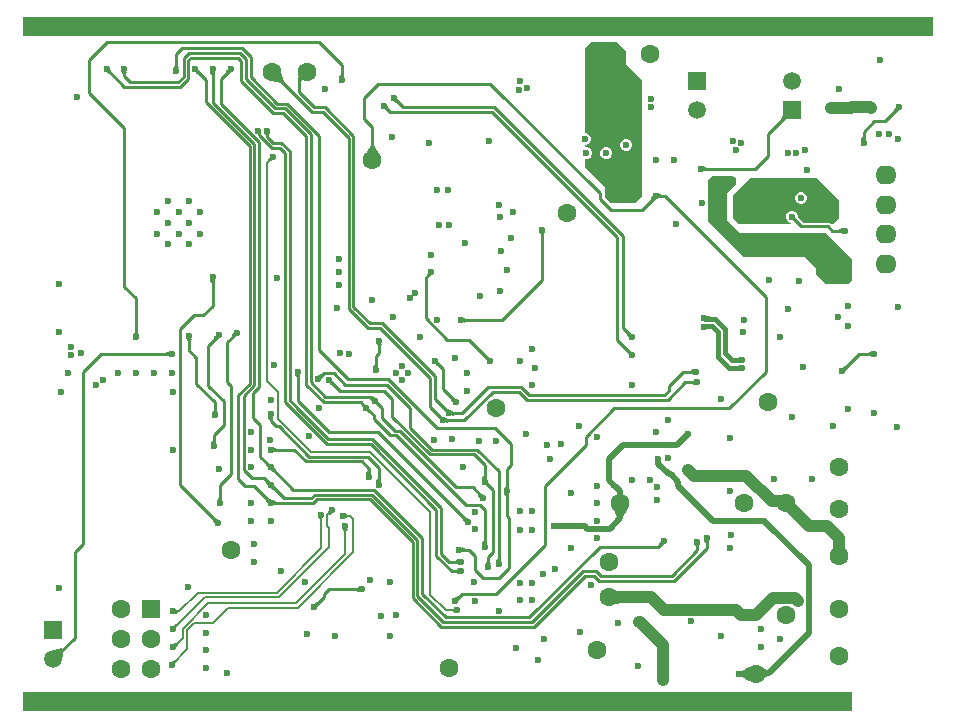
<source format=gbl>
G04*
G04 #@! TF.GenerationSoftware,Altium Limited,Altium Designer,23.1.1 (15)*
G04*
G04 Layer_Physical_Order=4*
G04 Layer_Color=16711680*
%FSTAX24Y24*%
%MOIN*%
G70*
G04*
G04 #@! TF.SameCoordinates,744591E9-B7FF-4256-B3DA-537CD40D5A87*
G04*
G04*
G04 #@! TF.FilePolarity,Positive*
G04*
G01*
G75*
%ADD10C,0.0079*%
%ADD12C,0.0098*%
%ADD13C,0.0150*%
%ADD18C,0.0197*%
%ADD126C,0.0630*%
%ADD127R,0.0591X0.0600*%
%ADD128C,0.0591*%
%ADD129R,0.0630X0.0630*%
%ADD130C,0.0236*%
%ADD131O,0.0709X0.0630*%
%ADD132C,0.0394*%
G36*
X147047Y069882D02*
X116693D01*
Y070512D01*
X147047D01*
Y069882D01*
D02*
G37*
G36*
X121894Y068825D02*
X121728D01*
X121762Y068918D01*
X12186D01*
X121894Y068825D01*
D02*
G37*
G36*
X123621Y068661D02*
X123531Y068619D01*
X123461Y068688D01*
X123504Y068778D01*
X123621Y068661D01*
D02*
G37*
G36*
X122602Y068688D02*
X122532Y068619D01*
X122442Y068661D01*
X122559Y068778D01*
X122602Y068688D01*
D02*
G37*
G36*
X119649D02*
X119579Y068619D01*
X119489Y068661D01*
X119606Y068778D01*
X119649Y068688D01*
D02*
G37*
G36*
X123081Y068601D02*
X122982D01*
X122949Y068695D01*
X123114D01*
X123081Y068601D01*
D02*
G37*
G36*
X120128D02*
X12003D01*
X119996Y068695D01*
X120161D01*
X120128Y068601D01*
D02*
G37*
G36*
X127406Y06851D02*
X12724D01*
X127274Y068603D01*
X127372D01*
X127406Y06851D01*
D02*
G37*
G36*
X126043Y068418D02*
X125927Y068382D01*
X125858Y068451D01*
X125896Y068568D01*
X126043Y068418D01*
D02*
G37*
G36*
X125388Y068382D02*
X125319Y068312D01*
X125003Y068386D01*
X125315Y068698D01*
X125388Y068382D01*
D02*
G37*
G36*
X129216Y067743D02*
X129146Y067674D01*
X129056Y067717D01*
X129173Y067833D01*
X129216Y067743D01*
D02*
G37*
G36*
X128901Y067468D02*
X128831Y067398D01*
X128741Y067441D01*
X128858Y067558D01*
X128901Y067468D01*
D02*
G37*
G36*
X145904Y067402D02*
X145814Y067359D01*
X145745Y067428D01*
X145787Y067519D01*
X145904Y067402D01*
D02*
G37*
G36*
X142168Y067122D02*
X142029Y067053D01*
X141959Y067122D01*
X142029Y067262D01*
X142168Y067122D01*
D02*
G37*
G36*
X124894Y066557D02*
X124796D01*
X124762Y066651D01*
X124928D01*
X124894Y066557D01*
D02*
G37*
G36*
X144807Y066423D02*
X144642D01*
X144675Y066517D01*
X144774D01*
X144807Y066423D01*
D02*
G37*
G36*
X128567Y065973D02*
X128126D01*
X128297Y066248D01*
X128396D01*
X128567Y065973D01*
D02*
G37*
G36*
X125038Y065748D02*
X124938Y065709D01*
X124883Y065765D01*
X124921Y065865D01*
X125038Y065748D01*
D02*
G37*
G36*
X13947Y065522D02*
Y065423D01*
X139376Y06539D01*
Y065555D01*
X13947Y065522D01*
D02*
G37*
G36*
X137974Y064616D02*
Y064518D01*
X13788Y064484D01*
Y06465D01*
X137974Y064616D01*
D02*
G37*
G36*
X137794Y064449D02*
X137704Y064406D01*
X137634Y064476D01*
X137677Y064566D01*
X137794Y064449D01*
D02*
G37*
G36*
X136811Y06937D02*
Y068937D01*
X137323Y068425D01*
Y064567D01*
X137087Y064331D01*
X136299D01*
X136102Y064528D01*
Y064843D01*
X135433Y065512D01*
Y065787D01*
X135433Y065787D01*
X135512D01*
X135584Y065817D01*
X135639Y065873D01*
X135669Y065945D01*
Y066023D01*
X135639Y066096D01*
X135584Y066151D01*
X135512Y066181D01*
X135433D01*
X135433Y066181D01*
Y06626D01*
X135472D01*
X135545Y06629D01*
X1356Y066345D01*
X13563Y066418D01*
Y066496D01*
X1356Y066568D01*
X135545Y066624D01*
X135472Y066654D01*
X135433D01*
Y069488D01*
X13563Y069685D01*
X136496D01*
X136811Y06937D01*
D02*
G37*
G36*
X143898Y064409D02*
Y063819D01*
X143701Y063622D01*
X143649D01*
X143636Y063636D01*
X143593Y063664D01*
X143543Y063674D01*
X142702D01*
X14252Y063856D01*
Y063907D01*
X14249Y06398D01*
X142434Y064035D01*
X142362Y064065D01*
X142284D01*
X142211Y064035D01*
X142156Y06398D01*
X142126Y063907D01*
Y063829D01*
X142156Y063757D01*
X142211Y063701D01*
X142284Y063671D01*
X142282Y063622D01*
X140551D01*
X140354Y063819D01*
Y06437D01*
Y064567D01*
X140945Y065157D01*
X14315D01*
X143898Y064409D01*
D02*
G37*
G36*
X144005Y063323D02*
X143911Y063356D01*
Y063455D01*
X144005Y063488D01*
Y063323D01*
D02*
G37*
G36*
X134065Y063247D02*
X133967D01*
X133933Y063341D01*
X134098D01*
X134065Y063247D01*
D02*
G37*
G36*
X130314Y06189D02*
X130224Y061847D01*
X130154Y061917D01*
X130197Y062007D01*
X130314Y06189D01*
D02*
G37*
G36*
X123081Y061672D02*
X122982D01*
X122949Y061766D01*
X123114D01*
X123081Y061672D01*
D02*
G37*
G36*
X140472Y065118D02*
Y064961D01*
X140157Y064646D01*
Y06374D01*
X140586Y063311D01*
X14346D01*
X144331Y062441D01*
Y061732D01*
X144213Y061614D01*
X143465D01*
X14315Y061929D01*
Y062126D01*
X142756Y06252D01*
X140748D01*
X139528Y06374D01*
Y065079D01*
X139685Y065236D01*
X140354D01*
X140472Y065118D01*
D02*
G37*
G36*
X139586Y060543D02*
X139596Y060393D01*
X139476Y060393D01*
X139508Y060555D01*
X139586Y060543D01*
D02*
G37*
G36*
X131477Y060463D02*
Y060364D01*
X131384Y060331D01*
Y060496D01*
X131477Y060463D01*
D02*
G37*
G36*
X139586Y060143D02*
X139508Y06013D01*
X139476Y060292D01*
X139596Y060293D01*
X139586Y060143D01*
D02*
G37*
G36*
X120555Y059927D02*
X12039D01*
X120423Y060021D01*
X120522D01*
X120555Y059927D01*
D02*
G37*
G36*
X137007Y059961D02*
X13689Y059844D01*
X136847Y059934D01*
X136917Y060003D01*
X137007Y059961D01*
D02*
G37*
G36*
X123818Y059882D02*
X123728Y059839D01*
X123658Y059909D01*
X123701Y059999D01*
X123818Y059882D01*
D02*
G37*
G36*
X123227Y059803D02*
X123137Y05976D01*
X123068Y05983D01*
X12311Y05992D01*
X123227Y059803D01*
D02*
G37*
G36*
X122293Y059704D02*
X122195D01*
X122161Y059798D01*
X122327D01*
X122293Y059704D01*
D02*
G37*
G36*
X128632Y059546D02*
X128533D01*
X1285Y05964D01*
X128665D01*
X128632Y059546D01*
D02*
G37*
G36*
X137007Y05937D02*
X13689Y059253D01*
X136847Y059343D01*
X136917Y059413D01*
X137007Y05937D01*
D02*
G37*
G36*
X144994Y059209D02*
X144901Y059242D01*
Y059341D01*
X144994Y059374D01*
Y059209D01*
D02*
G37*
G36*
X121569D02*
X121475Y059242D01*
Y059341D01*
X121569Y059374D01*
Y059209D01*
D02*
G37*
G36*
X132282Y059173D02*
X132165Y059056D01*
X132123Y059146D01*
X132192Y059216D01*
X132282Y059173D01*
D02*
G37*
G36*
X140602Y059007D02*
X140483Y059007D01*
X140493Y059157D01*
X140571Y059169D01*
X140602Y059007D01*
D02*
G37*
G36*
X130594Y058964D02*
X130524Y058894D01*
X130434Y058937D01*
X130551Y059054D01*
X130594Y058964D01*
D02*
G37*
G36*
X128548Y058825D02*
X128382D01*
X128416Y058919D01*
X128514D01*
X128548Y058825D01*
D02*
G37*
G36*
X140602Y058906D02*
X140571Y058744D01*
X140493Y058757D01*
X140483Y058907D01*
X140602Y058906D01*
D02*
G37*
G36*
X144177Y058831D02*
X144134Y058741D01*
X144017Y058858D01*
X144107Y058901D01*
X144177Y058831D01*
D02*
G37*
G36*
X13905Y058618D02*
X138956Y058652D01*
Y05875D01*
X13905Y058783D01*
Y058618D01*
D02*
G37*
G36*
X125915Y058523D02*
X125817D01*
X125783Y058616D01*
X125949D01*
X125915Y058523D01*
D02*
G37*
G36*
X126699Y058549D02*
X126653Y058459D01*
X126543Y058582D01*
X126633Y058623D01*
X126699Y058549D01*
D02*
G37*
G36*
X139089Y058264D02*
X138995Y058297D01*
Y058396D01*
X139089Y058429D01*
Y058264D01*
D02*
G37*
G36*
X12707Y05833D02*
X127001Y05826D01*
X126911Y058303D01*
X127028Y05842D01*
X12707Y05833D01*
D02*
G37*
G36*
X128424Y057854D02*
X128307Y057737D01*
X128264Y057827D01*
X128334Y057897D01*
X128424Y057854D01*
D02*
G37*
G36*
X131141Y057795D02*
X131024Y057678D01*
X130981Y057768D01*
X131051Y057838D01*
X131141Y057795D01*
D02*
G37*
G36*
X128586Y057645D02*
X128516Y057575D01*
X128426Y057618D01*
X128543Y057735D01*
X128586Y057645D01*
D02*
G37*
G36*
X128148Y057598D02*
X128032Y057481D01*
X127989Y057572D01*
X128058Y057641D01*
X128148Y057598D01*
D02*
G37*
G36*
X123193Y057328D02*
X123028D01*
X123061Y057422D01*
X123159D01*
X123193Y057328D01*
D02*
G37*
G36*
X130904Y057441D02*
X130787Y057324D01*
X130745Y057414D01*
X130814Y057484D01*
X130904Y057441D01*
D02*
G37*
G36*
X12831Y057389D02*
X128241Y057319D01*
X128151Y057362D01*
X128268Y057479D01*
X12831Y057389D01*
D02*
G37*
G36*
X131084Y057372D02*
Y057274D01*
X13099Y05724D01*
Y057406D01*
X131084Y057372D01*
D02*
G37*
G36*
X12501Y057105D02*
X124911D01*
X124878Y057199D01*
X125043D01*
X12501Y057105D01*
D02*
G37*
G36*
X130707Y057205D02*
X130591Y057088D01*
X130548Y057178D01*
X130617Y057247D01*
X130707Y057205D01*
D02*
G37*
G36*
X130887Y057136D02*
Y057037D01*
X130793Y057004D01*
Y057169D01*
X130887Y057136D01*
D02*
G37*
G36*
X12314Y056301D02*
X122974D01*
X123008Y056395D01*
X123106D01*
X12314Y056301D01*
D02*
G37*
G36*
X125139Y056152D02*
Y056053D01*
X125045Y05602D01*
Y056185D01*
X125139Y056152D01*
D02*
G37*
G36*
X124959Y05563D02*
X124843Y055513D01*
X1248Y055603D01*
X124869Y055673D01*
X124959Y05563D01*
D02*
G37*
G36*
X125121Y055421D02*
X125052Y055351D01*
X124962Y055394D01*
X125079Y055511D01*
X125121Y055421D01*
D02*
G37*
G36*
X128311Y055281D02*
X128146D01*
X128179Y055375D01*
X128278D01*
X128311Y055281D01*
D02*
G37*
G36*
X132169Y055124D02*
X132004D01*
X132037Y055218D01*
X132136D01*
X132169Y055124D01*
D02*
G37*
G36*
X128634Y055015D02*
X128469D01*
X128502Y055108D01*
X128601D01*
X128634Y055015D01*
D02*
G37*
G36*
X124959Y055039D02*
X124843Y054922D01*
X1248Y055012D01*
X124869Y055082D01*
X124959Y055039D01*
D02*
G37*
G36*
X132247Y054948D02*
X132178Y054879D01*
X132088Y054921D01*
X132205Y055038D01*
X132247Y054948D01*
D02*
G37*
G36*
X132917Y054809D02*
X132752D01*
X132785Y054903D01*
X132884D01*
X132917Y054809D01*
D02*
G37*
G36*
X125121Y05483D02*
X125052Y05476D01*
X124962Y054803D01*
X125079Y05492D01*
X125121Y05483D01*
D02*
G37*
G36*
X13291Y054634D02*
X132874Y054542D01*
X132776Y054551D01*
X132746Y054647D01*
X13291Y054634D01*
D02*
G37*
G36*
X132024Y054623D02*
X131907Y054506D01*
X131864Y054597D01*
X131934Y054666D01*
X132024Y054623D01*
D02*
G37*
G36*
X12335Y054415D02*
X123185D01*
X123218Y054509D01*
X123317D01*
X12335Y054415D01*
D02*
G37*
G36*
X124959Y054449D02*
X124843Y054332D01*
X1248Y054422D01*
X124869Y054492D01*
X124959Y054449D01*
D02*
G37*
G36*
X125139Y05438D02*
Y054282D01*
X125045Y054248D01*
Y054413D01*
X125139Y05438D01*
D02*
G37*
G36*
X12702Y053977D02*
X12692Y053932D01*
X126858Y053981D01*
X126891Y05408D01*
X12702Y053977D01*
D02*
G37*
G36*
X136713Y053843D02*
X136516D01*
X136394Y054106D01*
X136835D01*
X136713Y053843D01*
D02*
G37*
G36*
X127544Y053937D02*
Y053858D01*
X127447Y053815D01*
Y05398D01*
X127544Y053937D01*
D02*
G37*
G36*
X126673Y053751D02*
X126594D01*
X126551Y053849D01*
X126717D01*
X126673Y053751D01*
D02*
G37*
G36*
X131524Y053819D02*
X131407Y053702D01*
X131365Y053792D01*
X131434Y053862D01*
X131524Y053819D01*
D02*
G37*
G36*
X123188Y05378D02*
X123071Y053663D01*
X123028Y053753D01*
X123098Y053822D01*
X123188Y05378D01*
D02*
G37*
G36*
X12748Y053361D02*
X127402D01*
X127358Y053459D01*
X127524D01*
X12748Y053361D01*
D02*
G37*
G36*
X13957Y053078D02*
X139536Y052985D01*
X139437Y052986D01*
X139404Y05308D01*
X13957Y053078D01*
D02*
G37*
G36*
X132169Y052958D02*
X132004D01*
X132037Y053052D01*
X132136D01*
X132169Y052958D01*
D02*
G37*
G36*
X13807Y052953D02*
X13798Y05291D01*
X13791Y05298D01*
X137953Y05307D01*
X13807Y052953D01*
D02*
G37*
G36*
X139222Y052853D02*
X139124D01*
X139091Y052947D01*
X139256D01*
X139222Y052853D01*
D02*
G37*
G36*
X131425Y052813D02*
Y052714D01*
X131331Y052681D01*
Y052846D01*
X131425Y052813D01*
D02*
G37*
G36*
X132642Y052368D02*
X132476D01*
X13251Y052462D01*
X132608D01*
X132642Y052368D01*
D02*
G37*
G36*
X132287Y052289D02*
X132122D01*
X132156Y052383D01*
X132254D01*
X132287Y052289D01*
D02*
G37*
G36*
X131215Y05228D02*
X131121Y052313D01*
Y052411D01*
X131215Y052445D01*
Y05228D01*
D02*
G37*
G36*
Y051965D02*
X131121Y051998D01*
Y052096D01*
X131215Y05213D01*
Y051965D01*
D02*
G37*
G36*
X127908Y051374D02*
X127814Y051407D01*
Y051506D01*
X127908Y051539D01*
Y051374D01*
D02*
G37*
G36*
X131263Y051154D02*
X13122Y051064D01*
X131104Y051181D01*
X131194Y051224D01*
X131263Y051154D01*
D02*
G37*
G36*
X136655Y051378D02*
Y050984D01*
X136445Y050961D01*
Y051402D01*
X136655Y051378D01*
D02*
G37*
G36*
X126578Y050957D02*
X126535Y050867D01*
X126419Y050984D01*
X126509Y051027D01*
X126578Y050957D01*
D02*
G37*
G36*
X131097Y050665D02*
X130999Y050709D01*
Y050787D01*
X131097Y050831D01*
Y050665D01*
D02*
G37*
G36*
X121875Y050748D02*
Y050669D01*
X121777Y050626D01*
Y050791D01*
X121875Y050748D01*
D02*
G37*
G36*
X12185Y050219D02*
X121811Y050119D01*
X121694Y050236D01*
X121794Y050275D01*
X12185Y050219D01*
D02*
G37*
G36*
X12186Y049596D02*
X121807Y049499D01*
X121724Y049641D01*
X12182Y049667D01*
X12186Y049596D01*
D02*
G37*
G36*
X118082Y049411D02*
X118012Y049117D01*
X117719Y049409D01*
X118013Y04948D01*
X118082Y049411D01*
D02*
G37*
G36*
X12181Y049038D02*
X121772Y048938D01*
X121655Y049055D01*
X121755Y049094D01*
X12181Y049038D01*
D02*
G37*
G36*
X141573Y048758D02*
Y048561D01*
X141439Y048518D01*
X141406Y048794D01*
X141573Y048758D01*
D02*
G37*
G36*
X140917Y048402D02*
X140654Y048524D01*
Y04872D01*
X140917Y048843D01*
X140917Y048402D01*
D02*
G37*
G36*
X144331Y047402D02*
X116693D01*
Y048032D01*
X144331D01*
Y047402D01*
D02*
G37*
%LPC*%
G36*
X13685Y066457D02*
X136772D01*
X1367Y066427D01*
X136644Y066371D01*
X136614Y066299D01*
Y066221D01*
X136644Y066148D01*
X1367Y066093D01*
X136772Y066063D01*
X13685D01*
X136923Y066093D01*
X136978Y066148D01*
X137008Y066221D01*
Y066299D01*
X136978Y066371D01*
X136923Y066427D01*
X13685Y066457D01*
D02*
G37*
G36*
X136181Y066181D02*
X136103D01*
X13603Y066151D01*
X135975Y066096D01*
X135945Y066023D01*
Y065945D01*
X135975Y065873D01*
X13603Y065817D01*
X136103Y065787D01*
X136181D01*
X136253Y065817D01*
X136309Y065873D01*
X136339Y065945D01*
Y066023D01*
X136309Y066096D01*
X136253Y066151D01*
X136181Y066181D01*
D02*
G37*
G36*
X142677Y064685D02*
X142599D01*
X142526Y064655D01*
X142471Y0646D01*
X142441Y064527D01*
Y064449D01*
X142471Y064377D01*
X142526Y064321D01*
X142599Y064291D01*
X142677D01*
X142749Y064321D01*
X142805Y064377D01*
X142835Y064449D01*
Y064527D01*
X142805Y0646D01*
X142749Y064655D01*
X142677Y064685D01*
D02*
G37*
%LPD*%
D10*
X122165Y049449D02*
Y050079D01*
X122402Y050315D02*
X123032D01*
X122165Y050079D02*
X122402Y050315D01*
X121693Y050709D02*
X12189D01*
X12252Y051339D01*
X125157D01*
X122756Y051181D02*
X125236D01*
X121693Y050118D02*
X122756Y051181D01*
X122028Y050138D02*
X122874Y050984D01*
X122028Y04982D02*
Y050138D01*
X121736Y049528D02*
X122028Y04982D01*
X122874Y050984D02*
X125787D01*
X121693Y049528D02*
X121736D01*
X121654Y048937D02*
X122165Y049449D01*
X124843Y058386D02*
Y065669D01*
X126299Y056024D02*
X128268D01*
X125197Y057126D02*
X126299Y056024D01*
X125197Y057126D02*
Y058032D01*
X124843Y058386D02*
X125197Y058032D01*
X125157Y051339D02*
X126634Y052815D01*
Y053933D01*
X127008Y054075D02*
Y054094D01*
X12685Y053918D02*
X127008Y054075D01*
X12685Y053566D02*
Y053918D01*
X125236Y051181D02*
X126909Y052854D01*
Y053507D01*
X12685Y053566D02*
X126909Y053507D01*
X127598Y053898D02*
X127717Y05378D01*
X127362Y053898D02*
X127598D01*
X127717Y052677D02*
Y05378D01*
X125866Y050827D02*
X127717Y052677D01*
X130276Y05126D02*
X130787Y050748D01*
X131181D01*
X130276Y05126D02*
Y054016D01*
X124843Y065669D02*
X125039Y065866D01*
X128268Y056024D02*
X130276Y054016D01*
X123032Y050315D02*
X123543Y050827D01*
X125866D01*
X125787Y050984D02*
X127441Y052638D01*
Y053543D01*
D12*
X134094Y052913D02*
Y054882D01*
X133976Y052795D02*
X134094Y052913D01*
X133976Y052795D02*
Y052795D01*
X13248Y051299D02*
X133976Y052795D01*
X135935Y052874D02*
X137874D01*
X133573Y050512D02*
X135935Y052874D01*
X130787Y050512D02*
X133573D01*
X133675Y050354D02*
X135368Y052047D01*
X130709Y050354D02*
X133675D01*
X135368Y052047D02*
X135813D01*
X135433Y05189D02*
X135748D01*
X13374Y050197D02*
X135433Y05189D01*
X13063Y050197D02*
X13374D01*
X131339Y051299D02*
X13248D01*
X118701Y052953D02*
Y058701D01*
X118425Y052677D02*
X118701Y052953D01*
X118425Y049823D02*
Y052677D01*
X126575Y069685D02*
X127323Y068937D01*
X119488Y069685D02*
X126575D01*
X118898Y069094D02*
X119488Y069685D01*
X121811Y069291D02*
X122008Y069488D01*
X123989D01*
X124291Y069186D01*
X123924Y069331D02*
X124134Y06912D01*
X122244Y069331D02*
X123924D01*
X122054Y069141D02*
X122244Y069331D01*
X122309Y069173D02*
X123858D01*
X122211Y069075D02*
X122309Y069173D01*
X123858D02*
X123976Y069055D01*
X122211Y068471D02*
Y069075D01*
X123976Y068386D02*
Y069055D01*
X120079Y068543D02*
Y06878D01*
Y068543D02*
X120276Y068346D01*
X121811Y06874D02*
Y069291D01*
X120276Y068346D02*
X121864D01*
X122054Y068537D02*
Y069141D01*
X121864Y068346D02*
X122054Y068537D01*
X121929Y068189D02*
X122211Y068471D01*
X120079Y068189D02*
X121929D01*
X124961Y056102D02*
X125748D01*
X126142Y055709D01*
X127992D01*
X128228Y055197D02*
Y055472D01*
X127992Y055709D02*
X128228Y055472D01*
X124961Y057047D02*
X125118Y05689D01*
X124961Y057047D02*
Y057283D01*
X125118Y05689D02*
X125224D01*
X126248Y055866D02*
X128189D01*
X125224Y05689D02*
X126248Y055866D01*
X128189D02*
X128552Y055504D01*
Y05493D02*
Y055504D01*
X13Y051299D02*
Y053162D01*
X125709Y054764D02*
X128398D01*
X13Y053162D01*
X129843Y05122D02*
Y053097D01*
X125394Y054488D02*
X126313D01*
X124961Y054921D02*
X125394Y054488D01*
X126313D02*
X126431Y054606D01*
X128333D01*
X129843Y053097D01*
X129685Y051142D02*
Y053032D01*
X124961Y054331D02*
X126378D01*
X128268Y054449D02*
X129685Y053032D01*
X126496Y054449D02*
X128268D01*
X126378Y054331D02*
X126496Y054449D01*
X124606Y055866D02*
X124961Y055512D01*
X124606Y055866D02*
Y056929D01*
X12437Y057165D02*
X124606Y056929D01*
X125039Y067323D02*
X125377D01*
X126142Y066559D01*
X123976Y068386D02*
X125039Y067323D01*
X126142Y058268D02*
Y066559D01*
X126299Y058346D02*
Y066624D01*
X125105Y06748D02*
X125443D01*
X126299Y066624D01*
X124134Y068451D02*
X125105Y06748D01*
X144567Y059291D02*
X145079D01*
X144016Y05874D02*
X144567Y059291D01*
X135813Y052047D02*
X135971Y05189D01*
X138321D01*
X139173Y052742D01*
Y053032D01*
X135906Y051732D02*
X138386D01*
X139486Y052833D02*
Y053162D01*
X138386Y051732D02*
X139486Y052833D01*
Y053162D02*
X139488Y053164D01*
X135748Y05189D02*
X135906Y051732D01*
X137874Y052874D02*
X138071Y053071D01*
X136417Y05748D02*
X140236D01*
X135472Y056535D02*
X136417Y05748D01*
X134094Y054882D02*
X135472Y05626D01*
Y056535D01*
X145079Y067047D02*
X145433D01*
X145906Y06752D01*
X144724Y066693D02*
X145079Y067047D01*
X144724Y066339D02*
Y066693D01*
X141457Y058701D02*
Y061201D01*
X137795Y064567D02*
X138091D01*
X141457Y061201D01*
X143681Y063406D02*
X144089D01*
X143543Y063543D02*
X143681Y063406D01*
X142648Y063543D02*
X143543D01*
X142323Y063868D02*
X142648Y063543D01*
X132283Y068307D02*
X135945Y064646D01*
X137323Y064094D02*
X137795Y064567D01*
X136299Y064094D02*
X137323D01*
X135945Y064449D02*
Y064646D01*
Y064449D02*
X136299Y064094D01*
X141535Y065906D02*
Y066629D01*
X142323Y067417D02*
Y067421D01*
X141535Y066629D02*
X142323Y067417D01*
X139291Y065472D02*
X141102D01*
X141535Y065906D01*
X140236Y05748D02*
X141457Y058701D01*
X129843Y05122D02*
X130709Y050354D01*
X13Y051299D02*
X130787Y050512D01*
X129685Y051142D02*
X13063Y050197D01*
X131102Y051063D02*
X131339Y051299D01*
X128543Y068307D02*
X132283D01*
X128071Y067835D02*
X128543Y068307D01*
X128071Y067126D02*
Y067835D01*
Y067126D02*
X128346Y06685D01*
Y065748D02*
Y06685D01*
X128533Y056693D02*
X131526Y053701D01*
X12689Y056693D02*
X128533D01*
X126831Y05628D02*
X128287D01*
X130472Y054094D01*
X125427Y057683D02*
X126831Y05628D01*
X12832Y05647D02*
X13063Y05416D01*
X125859Y057474D02*
X126863Y05647D01*
X125866Y057717D02*
X12689Y056693D01*
X126863Y05647D02*
X12832D01*
X125866Y057717D02*
Y058701D01*
X125585Y057748D02*
Y066055D01*
Y057748D02*
X125859Y057474D01*
X125859D01*
X125427Y057683D02*
Y06599D01*
X129134Y056575D02*
X131457Y054252D01*
X131929D01*
X132087Y052874D02*
Y054094D01*
X131929Y054252D02*
X132087Y054094D01*
X131688Y054843D02*
X132025Y054505D01*
X131142Y054843D02*
X131688D01*
X129252Y056732D02*
X131142Y054843D01*
X126575Y059409D02*
Y066571D01*
X12517Y067638D02*
X125508D01*
X126575Y066571D01*
X124291Y068516D02*
X12517Y067638D01*
X126177Y068701D02*
X126181D01*
X125893Y068417D02*
X126177Y068701D01*
X125893Y068031D02*
Y068417D01*
Y068031D02*
X126404Y06752D01*
X126758D02*
X127717Y066561D01*
X126404Y06752D02*
X126758D01*
X127717Y060866D02*
Y066561D01*
X127559Y060801D02*
Y066496D01*
X126693Y067362D02*
X127559Y066496D01*
X126339Y067362D02*
X126693D01*
X125Y068701D02*
X126339Y067362D01*
X124291Y068516D02*
Y069186D01*
X124134Y068451D02*
Y06912D01*
X125039Y066339D02*
X125301D01*
X125585Y066055D01*
X124845Y066533D02*
Y066735D01*
Y066533D02*
X125039Y066339D01*
X124528Y066732D02*
X124554Y066706D01*
X125276Y066142D02*
X125427Y06599D01*
X124554Y066587D02*
X124999Y066142D01*
X124554Y066587D02*
Y066706D01*
X124999Y066142D02*
X125276D01*
X126575Y059409D02*
X127526Y058458D01*
X126299Y058346D02*
X126772Y057874D01*
X119488Y06878D02*
X120079Y068189D01*
X123032Y067664D02*
X124409Y066286D01*
X123032Y067664D02*
Y06878D01*
X123307Y067611D02*
Y068465D01*
X123622Y06878D01*
X122795Y067677D02*
Y068425D01*
X122441Y06878D02*
X122795Y068425D01*
X128865Y058458D02*
X130512Y056811D01*
X127526Y058458D02*
X128865D01*
X129606Y056823D02*
Y05748D01*
X127441Y058268D02*
X128819D01*
X129606Y05748D01*
X128386Y057126D02*
X128937Y056575D01*
X129134D01*
X128386Y057126D02*
Y057244D01*
X12815Y05748D02*
X128386Y057244D01*
X127953Y057677D02*
X12815Y05748D01*
X129094Y056732D02*
X129252D01*
X128661Y057165D02*
X129094Y056732D01*
X128661Y057165D02*
Y0575D01*
X128425Y057736D02*
X128661Y0575D01*
X128287Y057874D02*
X128425Y057736D01*
X118701Y058701D02*
X119291Y059291D01*
X121654D01*
X117717Y049114D02*
X118425Y049823D01*
X128583Y059331D02*
Y059724D01*
X128465Y058741D02*
Y059213D01*
X128583Y059331D01*
X126728Y058648D02*
X127061D01*
X127441Y058268D01*
X12874Y058071D02*
X129016Y057795D01*
X12726Y058071D02*
X12874D01*
X126909Y058421D02*
X12726Y058071D01*
X126772Y057874D02*
X128287D01*
X126732Y057677D02*
X127953D01*
X126142Y058268D02*
X126732Y057677D01*
X130906Y057323D02*
X131339D01*
X132205Y058189D01*
X133294D01*
X132362Y058032D02*
X133228D01*
X130709Y057087D02*
X131417D01*
X132362Y058032D01*
X130709Y05811D02*
Y05878D01*
Y05811D02*
X131142Y057677D01*
X130433Y059055D02*
X130709Y05878D01*
X130433Y057795D02*
Y058543D01*
Y057795D02*
X130906Y057323D01*
X130276Y05752D02*
X130709Y057087D01*
X130276Y05752D02*
Y058478D01*
X132953Y055591D02*
Y056299D01*
X130512Y056811D02*
X132441D01*
X132953Y056299D01*
X132835Y055472D02*
X132953Y055591D01*
X127559Y060801D02*
X128202Y060157D01*
X128596D01*
X130276Y058478D01*
X128268Y060315D02*
X128661D01*
X130433Y058543D01*
X127717Y060866D02*
X128268Y060315D01*
X133294Y058189D02*
X133569Y057913D01*
X138071D01*
X138228Y058071D01*
Y058228D01*
X138701Y058701D01*
X139134D01*
X133504Y057756D02*
X138189D01*
X13878Y058346D01*
X139173D01*
X133228Y058032D02*
X133504Y057756D01*
X134016Y061772D02*
Y063425D01*
X132657Y060413D02*
X134016Y061772D01*
X131299Y060413D02*
X132657D01*
X130118Y061811D02*
X130315Y062008D01*
X130118Y060487D02*
Y061811D01*
Y060487D02*
X130841Y059764D01*
X131575D01*
X132283Y059055D01*
X136693Y060157D02*
X137008Y059843D01*
X136693Y060157D02*
Y063215D01*
X132388Y06752D02*
X136693Y063215D01*
X12937Y06752D02*
X132388D01*
X129055Y067835D02*
X12937Y06752D01*
X12874Y067559D02*
X128937Y067362D01*
X132323D01*
X136496Y063189D01*
Y059764D02*
X137008Y059252D01*
X136496Y059764D02*
Y063189D01*
X132835Y054724D02*
Y055472D01*
X132825Y054715D02*
X132835Y054724D01*
X132825Y0539D02*
Y054715D01*
Y0539D02*
X132913Y053812D01*
Y052165D02*
Y053812D01*
X132559Y051811D02*
X132913Y052165D01*
X132047Y051811D02*
X132559D01*
X131772Y052087D02*
X132047Y051811D01*
X131772Y052087D02*
Y052559D01*
X131567Y052763D02*
X131772Y052559D01*
X131247Y052763D02*
X131567D01*
X13185Y056102D02*
X132559Y055394D01*
X130327Y056102D02*
X13185D01*
X132559Y052283D02*
Y055394D01*
X130262Y055945D02*
X131732D01*
X132087Y055591D01*
Y055039D02*
Y055591D01*
Y055039D02*
X132362Y054764D01*
X129016Y057191D02*
X130262Y055945D01*
X129606Y056823D02*
X130327Y056102D01*
X126535Y058465D02*
X126545D01*
X126728Y058648D01*
X132362Y052677D02*
Y054764D01*
X132205Y05252D02*
X132362Y052677D01*
X129016Y057191D02*
Y057795D01*
X118898Y067992D02*
Y069094D01*
Y067992D02*
X120079Y066811D01*
Y061535D02*
Y066811D01*
X124409Y058242D02*
Y066286D01*
X12437Y05798D02*
X124567Y058177D01*
X124252Y058307D02*
Y06622D01*
X122795Y067677D02*
X124252Y06622D01*
X123307Y067611D02*
X124567Y066351D01*
X124055Y057888D02*
X124409Y058242D01*
X124567Y058177D02*
Y066351D01*
X123858Y057913D02*
X124252Y058307D01*
X123504Y058346D02*
Y059685D01*
X123819Y06D01*
X123504Y058346D02*
X123622Y058228D01*
Y055276D02*
Y058228D01*
X123268Y054921D02*
X123622Y055276D01*
X123268Y054331D02*
Y054921D01*
X12248Y058307D02*
Y059173D01*
Y058307D02*
X12311Y057677D01*
Y057244D02*
Y057677D01*
X122874Y059567D02*
X123228Y059921D01*
X122874Y058228D02*
Y059567D01*
Y058228D02*
X123386Y057717D01*
Y056929D02*
Y057717D01*
X123057Y0566D02*
X123386Y056929D01*
X123057Y056216D02*
Y0566D01*
X122244Y059409D02*
Y059882D01*
Y059409D02*
X12248Y059173D01*
X122402Y060591D02*
X122717D01*
X121929Y060118D02*
X122402Y060591D01*
X121929Y054921D02*
Y060118D01*
X122717Y060591D02*
X123032Y060906D01*
Y06185D01*
X121929Y054921D02*
X123189Y053661D01*
X127323Y068425D02*
Y068937D01*
X120079Y061535D02*
X120472Y061142D01*
Y059843D02*
Y061142D01*
X13063Y052624D02*
Y05416D01*
Y052624D02*
X130892Y052362D01*
X131299D01*
X130472Y052559D02*
Y054094D01*
Y052559D02*
X130984Y052047D01*
X131299D01*
X123858Y055118D02*
X124094Y054882D01*
X123858Y055118D02*
Y057913D01*
X124055Y055433D02*
Y057888D01*
Y055433D02*
X124331Y055157D01*
X124961Y055512D02*
X125709Y054764D01*
X12437Y057165D02*
Y05798D01*
X124724Y055157D02*
X124961Y054921D01*
X124331Y055157D02*
X124724D01*
X124094Y054882D02*
X124409D01*
X124961Y054331D01*
X132205Y052205D02*
Y05252D01*
X126732Y051299D02*
X12689Y051457D01*
X127992D01*
X126732Y051181D02*
Y051299D01*
X126417Y050866D02*
X126732Y051181D01*
D13*
X139409Y06049D02*
X139426Y060474D01*
X139487D01*
X140586Y059082D02*
X140592Y059088D01*
X140653D02*
X140669Y059104D01*
X139493Y060218D02*
X139662D01*
X140335Y059082D02*
X140586D01*
X139858Y059205D02*
Y060021D01*
Y059205D02*
X140232Y058832D01*
X139765Y060468D02*
X140108Y060124D01*
X139493Y060468D02*
X139765D01*
X140586Y058832D02*
X140592Y058826D01*
X139409Y060195D02*
X139426Y060211D01*
X139487Y060474D02*
X139493Y060468D01*
X140653Y058826D02*
X140669Y058809D01*
X140108Y059309D02*
Y060124D01*
X140232Y058832D02*
X140586D01*
X139662Y060218D02*
X139858Y060021D01*
X139487Y060211D02*
X139493Y060218D01*
X140108Y059309D02*
X140335Y059082D01*
X139426Y060211D02*
X139487D01*
X140592Y059088D02*
X140653D01*
X140592Y058826D02*
X140653D01*
D18*
X140551Y048622D02*
X141142D01*
X14118Y04866D02*
X141573D01*
X142913Y05D01*
X141142Y048622D02*
X14118Y04866D01*
X142913Y05D02*
Y052244D01*
X138543Y054882D02*
Y055039D01*
X138307Y055276D02*
X138543Y055039D01*
X137882Y055622D02*
X138228Y055276D01*
X138307D01*
X137882Y055622D02*
Y05578D01*
X137874Y055787D02*
X137882Y05578D01*
X138543Y054882D02*
X139685Y05374D01*
X141417D02*
X142913Y052244D01*
X139685Y05374D02*
X141417D01*
X138504Y05626D02*
X138858Y056614D01*
X13622Y055787D02*
X136693Y05626D01*
X138504D01*
X1364Y054904D02*
X136435D01*
X136614Y054724D01*
X13622Y055083D02*
X1364Y054904D01*
X13622Y055083D02*
Y055787D01*
X136614Y054331D02*
Y054724D01*
Y053819D02*
Y054331D01*
X13626Y053465D02*
X136614Y053819D01*
X135512Y053465D02*
X13626D01*
X134409Y053543D02*
X135433D01*
X135512Y053465D01*
D126*
X143898Y054134D02*
D03*
X143898Y052559D02*
D03*
Y050787D02*
D03*
Y049213D02*
D03*
X13248Y05748D02*
D03*
X141142Y048622D02*
D03*
X140748Y063976D02*
D03*
X134843D02*
D03*
X141535Y057677D02*
D03*
X142126Y050591D02*
D03*
X140748Y054331D02*
D03*
X142126D02*
D03*
X136614D02*
D03*
X13622Y052362D02*
D03*
Y051181D02*
D03*
X135827Y049409D02*
D03*
X123622Y052756D02*
D03*
X126181Y068701D02*
D03*
X125D02*
D03*
X143898Y055512D02*
D03*
X128346Y065748D02*
D03*
X137597Y069286D02*
D03*
X13622Y069291D02*
D03*
X130906Y048819D02*
D03*
X120972Y049803D02*
D03*
X120972Y048803D02*
D03*
X119972D02*
D03*
X119972Y049803D02*
D03*
X119972Y050803D02*
D03*
D127*
X117717Y050098D02*
D03*
X142323Y067421D02*
D03*
X139173Y068406D02*
D03*
D128*
X117717Y049114D02*
D03*
X142323Y068406D02*
D03*
X139173Y067421D02*
D03*
D129*
X120972Y050803D02*
D03*
D130*
X121163Y063306D02*
D03*
Y064029D02*
D03*
X121525Y062945D02*
D03*
Y063667D02*
D03*
X121525Y06439D02*
D03*
X121886Y063306D02*
D03*
Y064029D02*
D03*
X122247Y062945D02*
D03*
X122247Y063667D02*
D03*
X122247Y06439D02*
D03*
X122608Y063306D02*
D03*
Y064029D02*
D03*
X141929Y049803D02*
D03*
X133669Y051674D02*
D03*
Y051082D02*
D03*
X13326D02*
D03*
Y051674D02*
D03*
X13378Y058819D02*
D03*
X133661Y058268D02*
D03*
X133268Y059055D02*
D03*
X117913Y060039D02*
D03*
Y061614D02*
D03*
X144685Y070276D02*
D03*
X14626D02*
D03*
X145472D02*
D03*
X117126D02*
D03*
X117913D02*
D03*
X119488D02*
D03*
X118701D02*
D03*
X121063D02*
D03*
X12185D02*
D03*
X120276D02*
D03*
X125D02*
D03*
X126575D02*
D03*
X125787D02*
D03*
X123425D02*
D03*
X124213D02*
D03*
X122638D02*
D03*
X129724D02*
D03*
X131299D02*
D03*
X130512D02*
D03*
X12815D02*
D03*
X128937D02*
D03*
X127362D02*
D03*
X134449D02*
D03*
X136024D02*
D03*
X135236D02*
D03*
X132874D02*
D03*
X133661D02*
D03*
X132087D02*
D03*
X139173D02*
D03*
X140748D02*
D03*
X139961D02*
D03*
X137598D02*
D03*
X138386D02*
D03*
X136811D02*
D03*
X143898D02*
D03*
X142323D02*
D03*
X14311D02*
D03*
X141535D02*
D03*
Y047638D02*
D03*
X14311D02*
D03*
X142323D02*
D03*
X143898D02*
D03*
X136811D02*
D03*
X138386D02*
D03*
X137598D02*
D03*
X139961D02*
D03*
X140748D02*
D03*
X139173D02*
D03*
X132087D02*
D03*
X133661D02*
D03*
X132874D02*
D03*
X135236D02*
D03*
X136024D02*
D03*
X134449D02*
D03*
X127362D02*
D03*
X128937D02*
D03*
X12815D02*
D03*
X130512D02*
D03*
X131299D02*
D03*
X129724D02*
D03*
X122638D02*
D03*
X124213D02*
D03*
X123425D02*
D03*
X125787D02*
D03*
X126575D02*
D03*
X125D02*
D03*
X120276D02*
D03*
X12185D02*
D03*
X121063D02*
D03*
X118701D02*
D03*
X119488D02*
D03*
X117913D02*
D03*
X117126D02*
D03*
X121693Y050709D02*
D03*
Y050118D02*
D03*
Y049528D02*
D03*
X121654Y048937D02*
D03*
X122785Y050589D02*
D03*
X121811Y06874D02*
D03*
X125157Y061811D02*
D03*
X124961Y057283D02*
D03*
X128228Y055197D02*
D03*
X128552Y05493D02*
D03*
X125315Y052047D02*
D03*
X127008Y054094D02*
D03*
X126634Y053933D02*
D03*
X124921Y056417D02*
D03*
X124961Y057756D02*
D03*
Y056102D02*
D03*
X139961Y049902D02*
D03*
X137234Y050364D02*
D03*
X121703Y056102D02*
D03*
X118504Y067874D02*
D03*
X130236Y066339D02*
D03*
X132244Y066378D02*
D03*
X126772Y06811D02*
D03*
X122205Y051535D02*
D03*
X123504Y048661D02*
D03*
X121703Y058032D02*
D03*
X134018Y051966D02*
D03*
X134449Y052126D02*
D03*
X134252Y055787D02*
D03*
X145079Y059291D02*
D03*
X144016Y05874D02*
D03*
X140276Y052835D02*
D03*
X140315Y053268D02*
D03*
X145827Y05685D02*
D03*
X145079Y057323D02*
D03*
X145866Y060866D02*
D03*
X144213Y060906D02*
D03*
X143858Y060512D02*
D03*
X144213Y060236D02*
D03*
Y057441D02*
D03*
X143701Y05689D02*
D03*
X145276Y069094D02*
D03*
X143898Y06813D02*
D03*
X142835Y065433D02*
D03*
X138465Y063622D02*
D03*
X139331Y064331D02*
D03*
X140748Y060433D02*
D03*
X141575Y061772D02*
D03*
X142559Y061732D02*
D03*
X142205Y060787D02*
D03*
X141929Y059843D02*
D03*
X139961Y057795D02*
D03*
X117913Y051496D02*
D03*
X117953Y058032D02*
D03*
X125079Y058937D02*
D03*
X138032Y048425D02*
D03*
X126218Y056572D02*
D03*
X133268Y068406D02*
D03*
X133504Y068169D02*
D03*
X133228Y068091D02*
D03*
X132559Y050738D02*
D03*
X13315Y049488D02*
D03*
X133858Y049094D02*
D03*
X128346Y061102D02*
D03*
X143622Y06748D02*
D03*
X144089Y063406D02*
D03*
X142638Y064488D02*
D03*
X142323Y063868D02*
D03*
X136299Y068543D02*
D03*
X136024D02*
D03*
X135945Y068858D02*
D03*
X140354Y065079D02*
D03*
X140079D02*
D03*
X140945Y063228D02*
D03*
X139803Y065079D02*
D03*
X143858Y061811D02*
D03*
X144094Y062008D02*
D03*
X14378Y062047D02*
D03*
X141024Y062953D02*
D03*
X14122Y06315D02*
D03*
X140984Y065D02*
D03*
X141299Y064882D02*
D03*
X140906Y064724D02*
D03*
X143661Y063898D02*
D03*
X143504Y064173D02*
D03*
X143346Y063819D02*
D03*
X139291Y065472D02*
D03*
X141417Y05374D02*
D03*
X131102Y051063D02*
D03*
X131181Y050748D02*
D03*
X13685Y064488D02*
D03*
X136732Y064803D02*
D03*
X136457D02*
D03*
X125039Y065866D02*
D03*
X137835Y054843D02*
D03*
X137874Y055787D02*
D03*
X135827Y054882D02*
D03*
X125866Y058701D02*
D03*
X131526Y053701D02*
D03*
X124845Y066735D02*
D03*
X124528Y066732D02*
D03*
X123622Y06878D02*
D03*
X123032D02*
D03*
X122441D02*
D03*
X131142Y057677D02*
D03*
X130906Y057323D02*
D03*
X130709Y057087D02*
D03*
X139134Y058701D02*
D03*
X139173Y058346D02*
D03*
X134016Y063425D02*
D03*
X12874Y067559D02*
D03*
X129055Y067835D02*
D03*
X130984Y056457D02*
D03*
X126535Y058465D02*
D03*
X132087Y055039D02*
D03*
X132559Y052283D02*
D03*
X126909Y058421D02*
D03*
X120079Y06878D02*
D03*
X119488D02*
D03*
X128425Y057736D02*
D03*
X132025Y054505D02*
D03*
X12311Y057244D02*
D03*
X123057Y056216D02*
D03*
X122244Y059882D02*
D03*
X123819Y06D02*
D03*
X123228Y059921D02*
D03*
X123032Y06185D02*
D03*
X127323Y068425D02*
D03*
X129016Y066535D02*
D03*
X120472Y059843D02*
D03*
X121654Y059291D02*
D03*
X131299Y052047D02*
D03*
X124311Y056693D02*
D03*
Y055512D02*
D03*
Y056102D02*
D03*
X131772Y051063D02*
D03*
X139488Y053164D02*
D03*
X139173Y053032D02*
D03*
X138071Y053071D02*
D03*
X135827Y05315D02*
D03*
X131732Y051693D02*
D03*
X131247Y052763D02*
D03*
X132087Y052874D02*
D03*
X132205Y052205D02*
D03*
X126417Y050866D02*
D03*
X126102Y051693D02*
D03*
X127441Y053543D02*
D03*
X127362Y053898D02*
D03*
X118189Y058661D02*
D03*
X118307Y059528D02*
D03*
Y059252D02*
D03*
X118622Y059331D02*
D03*
X119134Y058268D02*
D03*
X11937Y058425D02*
D03*
X132598Y063858D02*
D03*
X132559Y064252D02*
D03*
X133032Y064016D02*
D03*
X142756Y066102D02*
D03*
X140354Y066378D02*
D03*
X14063Y066339D02*
D03*
X140472Y066102D02*
D03*
X14248Y065984D02*
D03*
X142205D02*
D03*
X140276Y054724D02*
D03*
X138858Y055433D02*
D03*
X139409Y060195D02*
D03*
Y06049D02*
D03*
X129606Y061142D02*
D03*
X129764Y061339D02*
D03*
X127559Y059291D02*
D03*
X127283Y059331D02*
D03*
X136142Y065984D02*
D03*
X136811Y06626D02*
D03*
X135472Y065984D02*
D03*
X135433Y066457D02*
D03*
X137638Y06752D02*
D03*
Y067795D02*
D03*
X141299Y050118D02*
D03*
X14252Y051063D02*
D03*
X14063Y050591D02*
D03*
X141299Y049528D02*
D03*
X140551Y048622D02*
D03*
X132283Y059055D02*
D03*
X127244Y062441D02*
D03*
Y062008D02*
D03*
Y061575D02*
D03*
X131437Y062992D02*
D03*
X130315Y062598D02*
D03*
X130866Y064764D02*
D03*
X130512D02*
D03*
X130906Y063583D02*
D03*
X130551D02*
D03*
X142717Y058858D02*
D03*
X137008Y055079D02*
D03*
X137598D02*
D03*
X124961Y05374D02*
D03*
Y054331D02*
D03*
Y054921D02*
D03*
Y055512D02*
D03*
X137008Y058268D02*
D03*
Y059252D02*
D03*
Y059843D02*
D03*
X126161Y04997D02*
D03*
X140669Y059104D02*
D03*
Y058809D02*
D03*
X140709Y060039D02*
D03*
X124311Y054331D02*
D03*
Y05374D02*
D03*
X123189Y053661D02*
D03*
X123268Y054331D02*
D03*
X123228Y055472D02*
D03*
X127165Y060827D02*
D03*
X129035Y060532D02*
D03*
X130512Y060413D02*
D03*
X13109Y059142D02*
D03*
X131496Y058071D02*
D03*
X131496Y058661D02*
D03*
X130433Y059055D02*
D03*
X137795Y065768D02*
D03*
X138386Y065748D02*
D03*
X137795Y064567D02*
D03*
X129941Y059843D02*
D03*
X128583Y059724D02*
D03*
X128465Y058741D02*
D03*
X131299Y060413D02*
D03*
X126575Y05748D02*
D03*
X12815D02*
D03*
X124409Y052362D02*
D03*
Y052953D02*
D03*
X128925Y051705D02*
D03*
X119882Y058661D02*
D03*
X121654Y058642D02*
D03*
X121063D02*
D03*
X120472D02*
D03*
X122784Y048819D02*
D03*
Y049409D02*
D03*
Y05D02*
D03*
X135827Y056516D02*
D03*
X135827Y054331D02*
D03*
Y05374D02*
D03*
X133661Y054055D02*
D03*
X133268D02*
D03*
X133661Y053425D02*
D03*
X133268D02*
D03*
X132835Y054724D02*
D03*
X131299Y052362D02*
D03*
X131378Y055512D02*
D03*
X130394Y056417D02*
D03*
X127087Y049882D02*
D03*
X128937D02*
D03*
X128622Y050551D02*
D03*
X129134Y050591D02*
D03*
X128254Y051741D02*
D03*
X127992Y051457D02*
D03*
X145866Y066457D02*
D03*
X145551Y066614D02*
D03*
X145236D02*
D03*
X144961Y0675D02*
D03*
X144724Y066339D02*
D03*
X145906Y06752D02*
D03*
X132638Y062717D02*
D03*
X132953Y06315D02*
D03*
X132835Y062087D02*
D03*
X132598Y061378D02*
D03*
X131929Y06122D02*
D03*
X133661Y059449D02*
D03*
X136535Y050315D02*
D03*
X135276Y050039D02*
D03*
X134055Y049803D02*
D03*
X13563Y051575D02*
D03*
X137205Y048898D02*
D03*
X138976Y050394D02*
D03*
X13689Y05122D02*
D03*
X137953Y050866D02*
D03*
X131772Y054016D02*
D03*
Y053465D02*
D03*
X134961Y054646D02*
D03*
Y052835D02*
D03*
X138858Y056614D02*
D03*
X134409Y053543D02*
D03*
X137835Y054409D02*
D03*
X138189Y055827D02*
D03*
X135236Y05689D02*
D03*
X134646Y056299D02*
D03*
X134173Y05626D02*
D03*
X133465Y056614D02*
D03*
X13189Y056378D02*
D03*
X13248D02*
D03*
X141732Y055118D02*
D03*
X142992D02*
D03*
X142323Y057205D02*
D03*
X140276Y056496D02*
D03*
X138189Y057087D02*
D03*
X137795Y056693D02*
D03*
X130315Y062008D02*
D03*
X129331Y058907D02*
D03*
Y058415D02*
D03*
X129528Y058661D02*
D03*
X129134D02*
D03*
D131*
X145472Y064264D02*
D03*
Y065264D02*
D03*
Y062295D02*
D03*
Y063295D02*
D03*
D132*
X143898Y052559D02*
Y05315D01*
X142913Y053543D02*
X143504D01*
X143898Y05315D01*
X142126Y054331D02*
X142913Y053543D01*
X142081Y054376D02*
X142126Y054331D01*
X141658Y054376D02*
X142081D01*
X140807Y055226D02*
X141658Y054376D01*
X139065Y055226D02*
X140807D01*
X138858Y055433D02*
X139065Y055226D01*
X141693Y051161D02*
X142421D01*
X141122Y050591D02*
X141693Y051161D01*
X142421D02*
X14252Y051063D01*
X14063Y050591D02*
X141122D01*
X13622Y051181D02*
X137638D01*
X138051Y050768D02*
X140453D01*
X137953Y050866D02*
X138051Y050768D01*
X140453D02*
X14063Y050591D01*
X137638Y051181D02*
X137953Y050866D01*
X137274Y050364D02*
X138032Y049606D01*
X137234Y050364D02*
X137274D01*
X138032Y048425D02*
Y049606D01*
X144331Y06752D02*
X144941D01*
X144961Y0675D01*
X143622Y06748D02*
X144291D01*
X144331Y06752D01*
M02*

</source>
